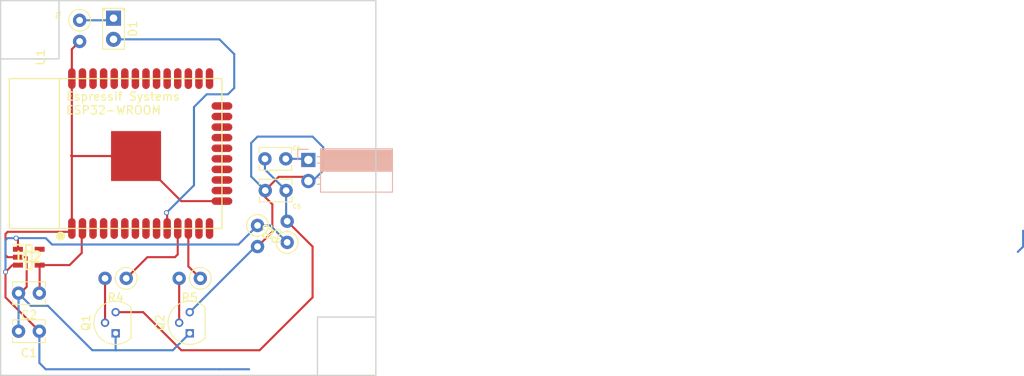
<source format=kicad_pcb>
(kicad_pcb (version 4) (host pcbnew 4.0.7)

  (general
    (links 28)
    (no_connects 0)
    (area 99.924999 99.924999 145.075001 145.075001)
    (thickness 1.6)
    (drawings 9)
    (tracks 110)
    (zones 0)
    (modules 15)
    (nets 13)
  )

  (page A4)
  (title_block
    (title Transpondeur)
    (date 29.01.2018)
    (rev 1.0)
  )

  (layers
    (0 F.Cu signal)
    (31 B.Cu signal)
    (34 B.Paste user)
    (35 F.Paste user)
    (36 B.SilkS user)
    (37 F.SilkS user)
    (38 B.Mask user)
    (39 F.Mask user)
    (40 Dwgs.User user)
    (41 Cmts.User user)
    (42 Eco1.User user)
    (43 Eco2.User user)
    (44 Edge.Cuts user)
    (45 Margin user)
    (47 F.CrtYd user)
  )

  (setup
    (last_trace_width 0.25)
    (trace_clearance 0.2)
    (zone_clearance 0.508)
    (zone_45_only no)
    (trace_min 0.2)
    (segment_width 0.2)
    (edge_width 0.15)
    (via_size 0.6)
    (via_drill 0.4)
    (via_min_size 0.4)
    (via_min_drill 0.3)
    (uvia_size 0.3)
    (uvia_drill 0.1)
    (uvias_allowed no)
    (uvia_min_size 0.2)
    (uvia_min_drill 0.1)
    (pcb_text_width 0.3)
    (pcb_text_size 0.5 0.5)
    (mod_edge_width 0.1)
    (mod_text_size 0.5 0.5)
    (mod_text_width 0.1)
    (pad_size 1.524 1.524)
    (pad_drill 0.762)
    (pad_to_mask_clearance 0.2)
    (aux_axis_origin 153.1366 139.0142)
    (visible_elements FFFFEF7F)
    (pcbplotparams
      (layerselection 0x010fc_80000001)
      (usegerberextensions false)
      (excludeedgelayer false)
      (linewidth 0.100000)
      (plotframeref false)
      (viasonmask false)
      (mode 1)
      (useauxorigin false)
      (hpglpennumber 1)
      (hpglpenspeed 20)
      (hpglpendiameter 15)
      (hpglpenoverlay 2)
      (psnegative false)
      (psa4output false)
      (plotreference true)
      (plotvalue true)
      (plotinvisibletext false)
      (padsonsilk false)
      (subtractmaskfromsilk false)
      (outputformat 4)
      (mirror false)
      (drillshape 0)
      (scaleselection 1)
      (outputdirectory Fab_transponder/Gerber/))
  )

  (net 0 "")
  (net 1 "Net-(AE1-Pad1)")
  (net 2 "Net-(C5-Pad1)")
  (net 3 "Net-(AE1-Pad2)")
  (net 4 "Net-(D1-Pad1)")
  (net 5 +5V)
  (net 6 "Net-(C2-Pad1)")
  (net 7 /LEDOut)
  (net 8 /RFOut)
  (net 9 GNDREF)
  (net 10 "Net-(Q1-Pad2)")
  (net 11 "Net-(Q2-Pad2)")
  (net 12 //RFOut)

  (net_class Default "Ceci est la Netclass par défaut"
    (clearance 0.2)
    (trace_width 0.25)
    (via_dia 0.6)
    (via_drill 0.4)
    (uvia_dia 0.3)
    (uvia_drill 0.1)
    (add_net +5V)
    (add_net //RFOut)
    (add_net /LEDOut)
    (add_net /RFOut)
    (add_net GNDREF)
    (add_net "Net-(AE1-Pad1)")
    (add_net "Net-(AE1-Pad2)")
    (add_net "Net-(C2-Pad1)")
    (add_net "Net-(C5-Pad1)")
    (add_net "Net-(D1-Pad1)")
    (add_net "Net-(Q1-Pad2)")
    (add_net "Net-(Q2-Pad2)")
  )

  (module Capacitors_THT:C_Disc_D3.8mm_W2.6mm_P2.50mm (layer F.Cu) (tedit 5A70B0AF) (tstamp 5A608E0C)
    (at 134.239 122.809 180)
    (descr "C, Disc series, Radial, pin pitch=2.50mm, , diameter*width=3.8*2.6mm^2, Capacitor, http://www.vishay.com/docs/45233/krseries.pdf")
    (tags "C Disc series Radial pin pitch 2.50mm  diameter 3.8mm width 2.6mm Capacitor")
    (path /5A604C04)
    (fp_text reference C5 (at -1.27 -1.905 180) (layer F.SilkS)
      (effects (font (size 0.5 0.5) (thickness 0.1)))
    )
    (fp_text value 68p (at 2.54 5.715 180) (layer F.Fab)
      (effects (font (size 0.5 0.5) (thickness 0.1)))
    )
    (fp_line (start -0.65 -1.3) (end -0.65 1.3) (layer F.Fab) (width 0.1))
    (fp_line (start -0.65 1.3) (end 3.15 1.3) (layer F.Fab) (width 0.1))
    (fp_line (start 3.15 1.3) (end 3.15 -1.3) (layer F.Fab) (width 0.1))
    (fp_line (start 3.15 -1.3) (end -0.65 -1.3) (layer F.Fab) (width 0.1))
    (fp_line (start -0.71 -1.36) (end 3.21 -1.36) (layer F.SilkS) (width 0.12))
    (fp_line (start -0.71 1.36) (end 3.21 1.36) (layer F.SilkS) (width 0.12))
    (fp_line (start -0.71 -1.36) (end -0.71 -0.75) (layer F.SilkS) (width 0.12))
    (fp_line (start -0.71 0.75) (end -0.71 1.36) (layer F.SilkS) (width 0.12))
    (fp_line (start 3.21 -1.36) (end 3.21 -0.75) (layer F.SilkS) (width 0.12))
    (fp_line (start 3.21 0.75) (end 3.21 1.36) (layer F.SilkS) (width 0.12))
    (fp_line (start -1.05 -1.65) (end -1.05 1.65) (layer F.CrtYd) (width 0.05))
    (fp_line (start -1.05 1.65) (end 3.55 1.65) (layer F.CrtYd) (width 0.05))
    (fp_line (start 3.55 1.65) (end 3.55 -1.65) (layer F.CrtYd) (width 0.05))
    (fp_line (start 3.55 -1.65) (end -1.05 -1.65) (layer F.CrtYd) (width 0.05))
    (fp_text user %R (at -1.27 -1.27 180) (layer F.Fab)
      (effects (font (size 0.5 0.5) (thickness 0.1)))
    )
    (pad 1 thru_hole circle (at 0 0 180) (size 1.6 1.6) (drill 0.8) (layers *.Cu *.Mask)
      (net 2 "Net-(C5-Pad1)"))
    (pad 2 thru_hole circle (at 2.5 0 180) (size 1.6 1.6) (drill 0.8) (layers *.Cu *.Mask)
      (net 3 "Net-(AE1-Pad2)"))
    (model ${KISYS3DMOD}/Capacitors_THT.3dshapes/C_Disc_D3.8mm_W2.6mm_P2.50mm.wrl
      (at (xyz 0 0 0))
      (scale (xyz 1 1 1))
      (rotate (xyz 0 0 0))
    )
  )

  (module Capacitors_THT:C_Disc_D3.8mm_W2.6mm_P2.50mm (layer F.Cu) (tedit 5A70B08E) (tstamp 5A608E21)
    (at 131.699 118.999)
    (descr "C, Disc series, Radial, pin pitch=2.50mm, , diameter*width=3.8*2.6mm^2, Capacitor, http://www.vishay.com/docs/45233/krseries.pdf")
    (tags "C Disc series Radial pin pitch 2.50mm  diameter 3.8mm width 2.6mm Capacitor")
    (path /5A604C3B)
    (fp_text reference C6 (at 3.81 -1.27) (layer F.SilkS)
      (effects (font (size 0.5 0.5) (thickness 0.1)))
    )
    (fp_text value 47p (at 0 5.715) (layer F.Fab)
      (effects (font (size 0.5 0.5) (thickness 0.1)))
    )
    (fp_line (start -0.65 -1.3) (end -0.65 1.3) (layer F.Fab) (width 0.1))
    (fp_line (start -0.65 1.3) (end 3.15 1.3) (layer F.Fab) (width 0.1))
    (fp_line (start 3.15 1.3) (end 3.15 -1.3) (layer F.Fab) (width 0.1))
    (fp_line (start 3.15 -1.3) (end -0.65 -1.3) (layer F.Fab) (width 0.1))
    (fp_line (start -0.71 -1.36) (end 3.21 -1.36) (layer F.SilkS) (width 0.12))
    (fp_line (start -0.71 1.36) (end 3.21 1.36) (layer F.SilkS) (width 0.12))
    (fp_line (start -0.71 -1.36) (end -0.71 -0.75) (layer F.SilkS) (width 0.12))
    (fp_line (start -0.71 0.75) (end -0.71 1.36) (layer F.SilkS) (width 0.12))
    (fp_line (start 3.21 -1.36) (end 3.21 -0.75) (layer F.SilkS) (width 0.12))
    (fp_line (start 3.21 0.75) (end 3.21 1.36) (layer F.SilkS) (width 0.12))
    (fp_line (start -1.05 -1.65) (end -1.05 1.65) (layer F.CrtYd) (width 0.05))
    (fp_line (start -1.05 1.65) (end 3.55 1.65) (layer F.CrtYd) (width 0.05))
    (fp_line (start 3.55 1.65) (end 3.55 -1.65) (layer F.CrtYd) (width 0.05))
    (fp_line (start 3.55 -1.65) (end -1.05 -1.65) (layer F.CrtYd) (width 0.05))
    (fp_text user %R (at 3.81 -1.905) (layer F.Fab)
      (effects (font (size 0.5 0.5) (thickness 0.1)))
    )
    (pad 1 thru_hole circle (at 0 0) (size 1.6 1.6) (drill 0.8) (layers *.Cu *.Mask)
      (net 2 "Net-(C5-Pad1)"))
    (pad 2 thru_hole circle (at 2.5 0) (size 1.6 1.6) (drill 0.8) (layers *.Cu *.Mask)
      (net 1 "Net-(AE1-Pad1)"))
    (model ${KISYS3DMOD}/Capacitors_THT.3dshapes/C_Disc_D3.8mm_W2.6mm_P2.50mm.wrl
      (at (xyz 0 0 0))
      (scale (xyz 1 1 1))
      (rotate (xyz 0 0 0))
    )
  )

  (module Resistors_THT:R_Axial_DIN0207_L6.3mm_D2.5mm_P2.54mm_Vertical (layer F.Cu) (tedit 5A70B033) (tstamp 5A608E59)
    (at 109.474 102.362 270)
    (descr "Resistor, Axial_DIN0207 series, Axial, Vertical, pin pitch=2.54mm, 0.25W = 1/4W, length*diameter=6.3*2.5mm^2, http://cdn-reichelt.de/documents/datenblatt/B400/1_4W%23YAG.pdf")
    (tags "Resistor Axial_DIN0207 series Axial Vertical pin pitch 2.54mm 0.25W = 1/4W length 6.3mm diameter 2.5mm")
    (path /5A604D87)
    (fp_text reference R1 (at -0.635 2.54 270) (layer F.SilkS)
      (effects (font (size 0.5 0.5) (thickness 0.1)))
    )
    (fp_text value 1K5 (at 1.27 2.54 270) (layer F.Fab)
      (effects (font (size 0.5 0.5) (thickness 0.1)))
    )
    (fp_circle (center 0 0) (end 1.25 0) (layer F.Fab) (width 0.1))
    (fp_circle (center 0 0) (end 1.31 0) (layer F.SilkS) (width 0.12))
    (fp_line (start 0 0) (end 2.54 0) (layer F.Fab) (width 0.1))
    (fp_line (start 1.31 0) (end 1.44 0) (layer F.SilkS) (width 0.12))
    (fp_line (start -1.6 -1.6) (end -1.6 1.6) (layer F.CrtYd) (width 0.05))
    (fp_line (start -1.6 1.6) (end 3.65 1.6) (layer F.CrtYd) (width 0.05))
    (fp_line (start 3.65 1.6) (end 3.65 -1.6) (layer F.CrtYd) (width 0.05))
    (fp_line (start 3.65 -1.6) (end -1.6 -1.6) (layer F.CrtYd) (width 0.05))
    (pad 1 thru_hole circle (at 0 0 270) (size 1.6 1.6) (drill 0.8) (layers *.Cu *.Mask)
      (net 4 "Net-(D1-Pad1)"))
    (pad 2 thru_hole oval (at 2.54 0 270) (size 1.6 1.6) (drill 0.8) (layers *.Cu *.Mask)
      (net 9 GNDREF))
    (model ${KISYS3DMOD}/Resistors_THT.3dshapes/R_Axial_DIN0207_L6.3mm_D2.5mm_P2.54mm_Vertical.wrl
      (at (xyz 0 0 0))
      (scale (xyz 0.393701 0.393701 0.393701))
      (rotate (xyz 0 0 0))
    )
  )

  (module Socket_Strips:Socket_Strip_Angled_1x02_Pitch2.54mm (layer B.Cu) (tedit 5A70B0C2) (tstamp 5A609876)
    (at 136.906 119.126 180)
    (descr "Through hole angled socket strip, 1x02, 2.54mm pitch, 8.51mm socket length, single row")
    (tags "Through hole angled socket strip THT 1x02 2.54mm single row")
    (path /5A607F52)
    (fp_text reference AE1 (at -4.38 2.27 180) (layer B.SilkS) hide
      (effects (font (size 0.5 0.5) (thickness 0.1)) (justify mirror))
    )
    (fp_text value "Loop Antenna Wire 0.125, 18turns 24x24,19 turns 27x18" (at -4.38 -4.81 180) (layer B.Fab) hide
      (effects (font (size 1 1) (thickness 0.15)) (justify mirror))
    )
    (fp_line (start -1.52 1.27) (end -1.52 -1.27) (layer B.Fab) (width 0.1))
    (fp_line (start -1.52 -1.27) (end -10.03 -1.27) (layer B.Fab) (width 0.1))
    (fp_line (start -10.03 -1.27) (end -10.03 1.27) (layer B.Fab) (width 0.1))
    (fp_line (start -10.03 1.27) (end -1.52 1.27) (layer B.Fab) (width 0.1))
    (fp_line (start 0 0.32) (end 0 -0.32) (layer B.Fab) (width 0.1))
    (fp_line (start 0 -0.32) (end -1.52 -0.32) (layer B.Fab) (width 0.1))
    (fp_line (start -1.52 -0.32) (end -1.52 0.32) (layer B.Fab) (width 0.1))
    (fp_line (start -1.52 0.32) (end 0 0.32) (layer B.Fab) (width 0.1))
    (fp_line (start -1.52 -1.27) (end -1.52 -3.81) (layer B.Fab) (width 0.1))
    (fp_line (start -1.52 -3.81) (end -10.03 -3.81) (layer B.Fab) (width 0.1))
    (fp_line (start -10.03 -3.81) (end -10.03 -1.27) (layer B.Fab) (width 0.1))
    (fp_line (start -10.03 -1.27) (end -1.52 -1.27) (layer B.Fab) (width 0.1))
    (fp_line (start 0 -2.22) (end 0 -2.86) (layer B.Fab) (width 0.1))
    (fp_line (start 0 -2.86) (end -1.52 -2.86) (layer B.Fab) (width 0.1))
    (fp_line (start -1.52 -2.86) (end -1.52 -2.22) (layer B.Fab) (width 0.1))
    (fp_line (start -1.52 -2.22) (end 0 -2.22) (layer B.Fab) (width 0.1))
    (fp_line (start -1.46 1.33) (end -1.46 -1.27) (layer B.SilkS) (width 0.12))
    (fp_line (start -1.46 -1.27) (end -10.09 -1.27) (layer B.SilkS) (width 0.12))
    (fp_line (start -10.09 -1.27) (end -10.09 1.33) (layer B.SilkS) (width 0.12))
    (fp_line (start -10.09 1.33) (end -1.46 1.33) (layer B.SilkS) (width 0.12))
    (fp_line (start -1.03 0.38) (end -1.46 0.38) (layer B.SilkS) (width 0.12))
    (fp_line (start -1.03 -0.38) (end -1.46 -0.38) (layer B.SilkS) (width 0.12))
    (fp_line (start -1.46 1.15) (end -10.09 1.15) (layer B.SilkS) (width 0.12))
    (fp_line (start -1.46 1.03) (end -10.09 1.03) (layer B.SilkS) (width 0.12))
    (fp_line (start -1.46 0.91) (end -10.09 0.91) (layer B.SilkS) (width 0.12))
    (fp_line (start -1.46 0.79) (end -10.09 0.79) (layer B.SilkS) (width 0.12))
    (fp_line (start -1.46 0.67) (end -10.09 0.67) (layer B.SilkS) (width 0.12))
    (fp_line (start -1.46 0.55) (end -10.09 0.55) (layer B.SilkS) (width 0.12))
    (fp_line (start -1.46 0.43) (end -10.09 0.43) (layer B.SilkS) (width 0.12))
    (fp_line (start -1.46 0.31) (end -10.09 0.31) (layer B.SilkS) (width 0.12))
    (fp_line (start -1.46 0.19) (end -10.09 0.19) (layer B.SilkS) (width 0.12))
    (fp_line (start -1.46 0.07) (end -10.09 0.07) (layer B.SilkS) (width 0.12))
    (fp_line (start -1.46 -0.05) (end -10.09 -0.05) (layer B.SilkS) (width 0.12))
    (fp_line (start -1.46 -0.17) (end -10.09 -0.17) (layer B.SilkS) (width 0.12))
    (fp_line (start -1.46 -0.29) (end -10.09 -0.29) (layer B.SilkS) (width 0.12))
    (fp_line (start -1.46 -0.41) (end -10.09 -0.41) (layer B.SilkS) (width 0.12))
    (fp_line (start -1.46 -0.53) (end -10.09 -0.53) (layer B.SilkS) (width 0.12))
    (fp_line (start -1.46 -0.65) (end -10.09 -0.65) (layer B.SilkS) (width 0.12))
    (fp_line (start -1.46 -0.77) (end -10.09 -0.77) (layer B.SilkS) (width 0.12))
    (fp_line (start -1.46 -0.89) (end -10.09 -0.89) (layer B.SilkS) (width 0.12))
    (fp_line (start -1.46 -1.01) (end -10.09 -1.01) (layer B.SilkS) (width 0.12))
    (fp_line (start -1.46 -1.13) (end -10.09 -1.13) (layer B.SilkS) (width 0.12))
    (fp_line (start -1.46 -1.25) (end -10.09 -1.25) (layer B.SilkS) (width 0.12))
    (fp_line (start -1.46 -1.37) (end -10.09 -1.37) (layer B.SilkS) (width 0.12))
    (fp_line (start -1.46 -1.27) (end -1.46 -3.87) (layer B.SilkS) (width 0.12))
    (fp_line (start -1.46 -3.87) (end -10.09 -3.87) (layer B.SilkS) (width 0.12))
    (fp_line (start -10.09 -3.87) (end -10.09 -1.27) (layer B.SilkS) (width 0.12))
    (fp_line (start -10.09 -1.27) (end -1.46 -1.27) (layer B.SilkS) (width 0.12))
    (fp_line (start -1.03 -2.16) (end -1.46 -2.16) (layer B.SilkS) (width 0.12))
    (fp_line (start -1.03 -2.92) (end -1.46 -2.92) (layer B.SilkS) (width 0.12))
    (fp_line (start 0 1.27) (end 1.27 1.27) (layer B.SilkS) (width 0.12))
    (fp_line (start 1.27 1.27) (end 1.27 0) (layer B.SilkS) (width 0.12))
    (fp_line (start 1.8 1.8) (end 1.8 -4.35) (layer B.CrtYd) (width 0.05))
    (fp_line (start 1.8 -4.35) (end -10.55 -4.35) (layer B.CrtYd) (width 0.05))
    (fp_line (start -10.55 -4.35) (end -10.55 1.8) (layer B.CrtYd) (width 0.05))
    (fp_line (start -10.55 1.8) (end 1.8 1.8) (layer B.CrtYd) (width 0.05))
    (fp_text user %R (at -4.38 2.27 180) (layer B.Fab)
      (effects (font (size 1 1) (thickness 0.15)) (justify mirror))
    )
    (pad 1 thru_hole rect (at 0 0 180) (size 1.7 1.7) (drill 1) (layers *.Cu *.Mask)
      (net 1 "Net-(AE1-Pad1)"))
    (pad 2 thru_hole oval (at 0 -2.54 180) (size 1.7 1.7) (drill 1) (layers *.Cu *.Mask)
      (net 3 "Net-(AE1-Pad2)"))
    (model ${KISYS3DMOD}/Socket_Strips.3dshapes/Socket_Strip_Angled_1x02_Pitch2.54mm.wrl
      (at (xyz 0 -0.05 0))
      (scale (xyz 1 1 1))
      (rotate (xyz 0 0 270))
    )
  )

  (module Capacitors_THT:C_Disc_D3.8mm_W2.6mm_P2.50mm (layer F.Cu) (tedit 597BC7C2) (tstamp 5A819A64)
    (at 104.648 139.7 180)
    (descr "C, Disc series, Radial, pin pitch=2.50mm, , diameter*width=3.8*2.6mm^2, Capacitor, http://www.vishay.com/docs/45233/krseries.pdf")
    (tags "C Disc series Radial pin pitch 2.50mm  diameter 3.8mm width 2.6mm Capacitor")
    (path /5A7EE3E1)
    (fp_text reference C1 (at 1.25 -2.61 180) (layer F.SilkS)
      (effects (font (size 1 1) (thickness 0.15)))
    )
    (fp_text value 10uF (at 1.25 2.61 180) (layer F.Fab)
      (effects (font (size 1 1) (thickness 0.15)))
    )
    (fp_line (start -0.65 -1.3) (end -0.65 1.3) (layer F.Fab) (width 0.1))
    (fp_line (start -0.65 1.3) (end 3.15 1.3) (layer F.Fab) (width 0.1))
    (fp_line (start 3.15 1.3) (end 3.15 -1.3) (layer F.Fab) (width 0.1))
    (fp_line (start 3.15 -1.3) (end -0.65 -1.3) (layer F.Fab) (width 0.1))
    (fp_line (start -0.71 -1.36) (end 3.21 -1.36) (layer F.SilkS) (width 0.12))
    (fp_line (start -0.71 1.36) (end 3.21 1.36) (layer F.SilkS) (width 0.12))
    (fp_line (start -0.71 -1.36) (end -0.71 -0.75) (layer F.SilkS) (width 0.12))
    (fp_line (start -0.71 0.75) (end -0.71 1.36) (layer F.SilkS) (width 0.12))
    (fp_line (start 3.21 -1.36) (end 3.21 -0.75) (layer F.SilkS) (width 0.12))
    (fp_line (start 3.21 0.75) (end 3.21 1.36) (layer F.SilkS) (width 0.12))
    (fp_line (start -1.05 -1.65) (end -1.05 1.65) (layer F.CrtYd) (width 0.05))
    (fp_line (start -1.05 1.65) (end 3.55 1.65) (layer F.CrtYd) (width 0.05))
    (fp_line (start 3.55 1.65) (end 3.55 -1.65) (layer F.CrtYd) (width 0.05))
    (fp_line (start 3.55 -1.65) (end -1.05 -1.65) (layer F.CrtYd) (width 0.05))
    (fp_text user %R (at 1.25 0 180) (layer F.Fab)
      (effects (font (size 1 1) (thickness 0.15)))
    )
    (pad 1 thru_hole circle (at 0 0 180) (size 1.6 1.6) (drill 0.8) (layers *.Cu *.Mask)
      (net 5 +5V))
    (pad 2 thru_hole circle (at 2.5 0 180) (size 1.6 1.6) (drill 0.8) (layers *.Cu *.Mask)
      (net 9 GNDREF))
    (model ${KISYS3DMOD}/Capacitors_THT.3dshapes/C_Disc_D3.8mm_W2.6mm_P2.50mm.wrl
      (at (xyz 0 0 0))
      (scale (xyz 1 1 1))
      (rotate (xyz 0 0 0))
    )
  )

  (module Capacitors_THT:C_Disc_D3.8mm_W2.6mm_P2.50mm (layer F.Cu) (tedit 597BC7C2) (tstamp 5A819A79)
    (at 104.648 135.128 180)
    (descr "C, Disc series, Radial, pin pitch=2.50mm, , diameter*width=3.8*2.6mm^2, Capacitor, http://www.vishay.com/docs/45233/krseries.pdf")
    (tags "C Disc series Radial pin pitch 2.50mm  diameter 3.8mm width 2.6mm Capacitor")
    (path /5A604E0C)
    (fp_text reference C2 (at 1.25 -2.61 180) (layer F.SilkS)
      (effects (font (size 1 1) (thickness 0.15)))
    )
    (fp_text value 10uF (at 1.25 2.61 180) (layer F.Fab)
      (effects (font (size 1 1) (thickness 0.15)))
    )
    (fp_line (start -0.65 -1.3) (end -0.65 1.3) (layer F.Fab) (width 0.1))
    (fp_line (start -0.65 1.3) (end 3.15 1.3) (layer F.Fab) (width 0.1))
    (fp_line (start 3.15 1.3) (end 3.15 -1.3) (layer F.Fab) (width 0.1))
    (fp_line (start 3.15 -1.3) (end -0.65 -1.3) (layer F.Fab) (width 0.1))
    (fp_line (start -0.71 -1.36) (end 3.21 -1.36) (layer F.SilkS) (width 0.12))
    (fp_line (start -0.71 1.36) (end 3.21 1.36) (layer F.SilkS) (width 0.12))
    (fp_line (start -0.71 -1.36) (end -0.71 -0.75) (layer F.SilkS) (width 0.12))
    (fp_line (start -0.71 0.75) (end -0.71 1.36) (layer F.SilkS) (width 0.12))
    (fp_line (start 3.21 -1.36) (end 3.21 -0.75) (layer F.SilkS) (width 0.12))
    (fp_line (start 3.21 0.75) (end 3.21 1.36) (layer F.SilkS) (width 0.12))
    (fp_line (start -1.05 -1.65) (end -1.05 1.65) (layer F.CrtYd) (width 0.05))
    (fp_line (start -1.05 1.65) (end 3.55 1.65) (layer F.CrtYd) (width 0.05))
    (fp_line (start 3.55 1.65) (end 3.55 -1.65) (layer F.CrtYd) (width 0.05))
    (fp_line (start 3.55 -1.65) (end -1.05 -1.65) (layer F.CrtYd) (width 0.05))
    (fp_text user %R (at 1.25 0 180) (layer F.Fab)
      (effects (font (size 1 1) (thickness 0.15)))
    )
    (pad 1 thru_hole circle (at 0 0 180) (size 1.6 1.6) (drill 0.8) (layers *.Cu *.Mask)
      (net 6 "Net-(C2-Pad1)"))
    (pad 2 thru_hole circle (at 2.5 0 180) (size 1.6 1.6) (drill 0.8) (layers *.Cu *.Mask)
      (net 9 GNDREF))
    (model ${KISYS3DMOD}/Capacitors_THT.3dshapes/C_Disc_D3.8mm_W2.6mm_P2.50mm.wrl
      (at (xyz 0 0 0))
      (scale (xyz 1 1 1))
      (rotate (xyz 0 0 0))
    )
  )

  (module LEDs:LED_D2.0mm_W4.8mm_H2.5mm_FlatTop (layer F.Cu) (tedit 5880A862) (tstamp 5A819A90)
    (at 113.538 102.108 270)
    (descr "LED, Round, FlatTop,  Rectangular size 4.8x2.5mm^2 diameter 2.0mm, 2 pins, http://www.kingbright.com/attachments/file/psearch/000/00/00/L-13GD(Ver.11B).pdf")
    (tags "LED Round FlatTop  Rectangular size 4.8x2.5mm^2 diameter 2.0mm 2 pins")
    (path /5A604CCC)
    (fp_text reference D1 (at 1.27 -2.31 270) (layer F.SilkS)
      (effects (font (size 1 1) (thickness 0.15)))
    )
    (fp_text value LED (at 1.27 2.31 270) (layer F.Fab)
      (effects (font (size 1 1) (thickness 0.15)))
    )
    (fp_circle (center 1.27 0) (end 2.27 0) (layer F.Fab) (width 0.1))
    (fp_line (start -1.13 -1.25) (end -1.13 1.25) (layer F.Fab) (width 0.1))
    (fp_line (start -1.13 1.25) (end 3.67 1.25) (layer F.Fab) (width 0.1))
    (fp_line (start 3.67 1.25) (end 3.67 -1.25) (layer F.Fab) (width 0.1))
    (fp_line (start 3.67 -1.25) (end -1.13 -1.25) (layer F.Fab) (width 0.1))
    (fp_line (start -1.19 -1.31) (end 3.73 -1.31) (layer F.SilkS) (width 0.12))
    (fp_line (start -1.19 1.31) (end 3.73 1.31) (layer F.SilkS) (width 0.12))
    (fp_line (start -1.19 -1.31) (end -1.19 1.31) (layer F.SilkS) (width 0.12))
    (fp_line (start 3.73 -1.31) (end 3.73 1.31) (layer F.SilkS) (width 0.12))
    (fp_line (start -1.07 -1.31) (end -1.07 -1.08) (layer F.SilkS) (width 0.12))
    (fp_line (start -1.07 1.08) (end -1.07 1.31) (layer F.SilkS) (width 0.12))
    (fp_line (start -0.95 -1.31) (end -0.95 -1.08) (layer F.SilkS) (width 0.12))
    (fp_line (start -0.95 1.08) (end -0.95 1.31) (layer F.SilkS) (width 0.12))
    (fp_line (start -1.45 -1.6) (end -1.45 1.6) (layer F.CrtYd) (width 0.05))
    (fp_line (start -1.45 1.6) (end 4 1.6) (layer F.CrtYd) (width 0.05))
    (fp_line (start 4 1.6) (end 4 -1.6) (layer F.CrtYd) (width 0.05))
    (fp_line (start 4 -1.6) (end -1.45 -1.6) (layer F.CrtYd) (width 0.05))
    (pad 1 thru_hole rect (at 0 0 270) (size 1.8 1.8) (drill 0.9) (layers *.Cu *.Mask)
      (net 4 "Net-(D1-Pad1)"))
    (pad 2 thru_hole circle (at 2.54 0 270) (size 1.8 1.8) (drill 0.9) (layers *.Cu *.Mask)
      (net 7 /LEDOut))
    (model ${KISYS3DMOD}/LEDs.3dshapes/LED_D2.0mm_W4.8mm_H2.5mm_FlatTop.wrl
      (at (xyz 0 0 0))
      (scale (xyz 0.393701 0.393701 0.393701))
      (rotate (xyz 0 0 0))
    )
  )

  (module SOT95P282X145-5N (layer F.Cu) (tedit 5A7EE2B7) (tstamp 5A819AA7)
    (at 103.378 130.81)
    (descr SOT23-5)
    (tags "Integrated Circuit")
    (path /5A7EE31F)
    (attr smd)
    (fp_text reference IC2 (at 0 0) (layer F.SilkS)
      (effects (font (size 1.27 1.27) (thickness 0.254)))
    )
    (fp_text value ME6211C33M5G (at 0 0) (layer F.SilkS) hide
      (effects (font (size 1.27 1.27) (thickness 0.254)))
    )
    (fp_line (start -2.15 -1.775) (end 2.15 -1.775) (layer Dwgs.User) (width 0.05))
    (fp_line (start 2.15 -1.775) (end 2.15 1.775) (layer Dwgs.User) (width 0.05))
    (fp_line (start 2.15 1.775) (end -2.15 1.775) (layer Dwgs.User) (width 0.05))
    (fp_line (start -2.15 1.775) (end -2.15 -1.775) (layer Dwgs.User) (width 0.05))
    (fp_line (start -0.812 -1.468) (end 0.812 -1.468) (layer Dwgs.User) (width 0.1))
    (fp_line (start 0.812 -1.468) (end 0.812 1.468) (layer Dwgs.User) (width 0.1))
    (fp_line (start 0.812 1.468) (end -0.812 1.468) (layer Dwgs.User) (width 0.1))
    (fp_line (start -0.812 1.468) (end -0.812 -1.468) (layer Dwgs.User) (width 0.1))
    (fp_line (start -0.812 -0.518) (end 0.138 -1.468) (layer Dwgs.User) (width 0.1))
    (fp_line (start -0.35 -1.468) (end 0.35 -1.468) (layer F.SilkS) (width 0.2))
    (fp_line (start 0.35 -1.468) (end 0.35 1.468) (layer F.SilkS) (width 0.2))
    (fp_line (start 0.35 1.468) (end -0.35 1.468) (layer F.SilkS) (width 0.2))
    (fp_line (start -0.35 1.468) (end -0.35 -1.468) (layer F.SilkS) (width 0.2))
    (fp_line (start -1.9 -1.5) (end -0.7 -1.5) (layer F.SilkS) (width 0.2))
    (pad 1 smd rect (at -1.3 -0.95 90) (size 0.6 1.2) (layers F.Cu F.Paste F.Mask)
      (net 5 +5V))
    (pad 2 smd rect (at -1.3 0 90) (size 0.6 1.2) (layers F.Cu F.Paste F.Mask)
      (net 9 GNDREF))
    (pad 3 smd rect (at -1.3 0.95 90) (size 0.6 1.2) (layers F.Cu F.Paste F.Mask)
      (net 5 +5V))
    (pad 4 smd rect (at 1.3 0.95 90) (size 0.6 1.2) (layers F.Cu F.Paste F.Mask)
      (net 6 "Net-(C2-Pad1)"))
    (pad 5 smd rect (at 1.3 -0.95 90) (size 0.6 1.2) (layers F.Cu F.Paste F.Mask))
  )

  (module Resistors_THT:R_Axial_DIN0207_L6.3mm_D2.5mm_P2.54mm_Vertical (layer F.Cu) (tedit 5874F706) (tstamp 5A819AB5)
    (at 134.366 129.032 90)
    (descr "Resistor, Axial_DIN0207 series, Axial, Vertical, pin pitch=2.54mm, 0.25W = 1/4W, length*diameter=6.3*2.5mm^2, http://cdn-reichelt.de/documents/datenblatt/B400/1_4W%23YAG.pdf")
    (tags "Resistor Axial_DIN0207 series Axial Vertical pin pitch 2.54mm 0.25W = 1/4W length 6.3mm diameter 2.5mm")
    (path /5A604D4E)
    (fp_text reference R2 (at 1.27 -2.31 90) (layer F.SilkS)
      (effects (font (size 1 1) (thickness 0.15)))
    )
    (fp_text value 100R (at 1.27 2.31 90) (layer F.Fab)
      (effects (font (size 1 1) (thickness 0.15)))
    )
    (fp_circle (center 0 0) (end 1.25 0) (layer F.Fab) (width 0.1))
    (fp_circle (center 0 0) (end 1.31 0) (layer F.SilkS) (width 0.12))
    (fp_line (start 0 0) (end 2.54 0) (layer F.Fab) (width 0.1))
    (fp_line (start 1.31 0) (end 1.44 0) (layer F.SilkS) (width 0.12))
    (fp_line (start -1.6 -1.6) (end -1.6 1.6) (layer F.CrtYd) (width 0.05))
    (fp_line (start -1.6 1.6) (end 3.65 1.6) (layer F.CrtYd) (width 0.05))
    (fp_line (start 3.65 1.6) (end 3.65 -1.6) (layer F.CrtYd) (width 0.05))
    (fp_line (start 3.65 -1.6) (end -1.6 -1.6) (layer F.CrtYd) (width 0.05))
    (pad 1 thru_hole circle (at 0 0 90) (size 1.6 1.6) (drill 0.8) (layers *.Cu *.Mask)
      (net 5 +5V))
    (pad 2 thru_hole oval (at 2.54 0 90) (size 1.6 1.6) (drill 0.8) (layers *.Cu *.Mask)
      (net 2 "Net-(C5-Pad1)"))
    (model ${KISYS3DMOD}/Resistors_THT.3dshapes/R_Axial_DIN0207_L6.3mm_D2.5mm_P2.54mm_Vertical.wrl
      (at (xyz 0 0 0))
      (scale (xyz 0.393701 0.393701 0.393701))
      (rotate (xyz 0 0 0))
    )
  )

  (module Resistors_THT:R_Axial_DIN0207_L6.3mm_D2.5mm_P2.54mm_Vertical (layer F.Cu) (tedit 5874F706) (tstamp 5A819AC3)
    (at 130.81 127 270)
    (descr "Resistor, Axial_DIN0207 series, Axial, Vertical, pin pitch=2.54mm, 0.25W = 1/4W, length*diameter=6.3*2.5mm^2, http://cdn-reichelt.de/documents/datenblatt/B400/1_4W%23YAG.pdf")
    (tags "Resistor Axial_DIN0207 series Axial Vertical pin pitch 2.54mm 0.25W = 1/4W length 6.3mm diameter 2.5mm")
    (path /5A604D0E)
    (fp_text reference R3 (at 1.27 -2.31 270) (layer F.SilkS)
      (effects (font (size 1 1) (thickness 0.15)))
    )
    (fp_text value 100R (at 1.27 2.31 270) (layer F.Fab)
      (effects (font (size 1 1) (thickness 0.15)))
    )
    (fp_circle (center 0 0) (end 1.25 0) (layer F.Fab) (width 0.1))
    (fp_circle (center 0 0) (end 1.31 0) (layer F.SilkS) (width 0.12))
    (fp_line (start 0 0) (end 2.54 0) (layer F.Fab) (width 0.1))
    (fp_line (start 1.31 0) (end 1.44 0) (layer F.SilkS) (width 0.12))
    (fp_line (start -1.6 -1.6) (end -1.6 1.6) (layer F.CrtYd) (width 0.05))
    (fp_line (start -1.6 1.6) (end 3.65 1.6) (layer F.CrtYd) (width 0.05))
    (fp_line (start 3.65 1.6) (end 3.65 -1.6) (layer F.CrtYd) (width 0.05))
    (fp_line (start 3.65 -1.6) (end -1.6 -1.6) (layer F.CrtYd) (width 0.05))
    (pad 1 thru_hole circle (at 0 0 270) (size 1.6 1.6) (drill 0.8) (layers *.Cu *.Mask)
      (net 5 +5V))
    (pad 2 thru_hole oval (at 2.54 0 270) (size 1.6 1.6) (drill 0.8) (layers *.Cu *.Mask)
      (net 3 "Net-(AE1-Pad2)"))
    (model ${KISYS3DMOD}/Resistors_THT.3dshapes/R_Axial_DIN0207_L6.3mm_D2.5mm_P2.54mm_Vertical.wrl
      (at (xyz 0 0 0))
      (scale (xyz 0.393701 0.393701 0.393701))
      (rotate (xyz 0 0 0))
    )
  )

  (module ESP32-footprints-Lib:ESP32-WROOM (layer F.Cu) (tedit 57D08EA8) (tstamp 5A819AF6)
    (at 113.792 118.364 270)
    (path /5A7ED25E)
    (fp_text reference U1 (at -11.557 9.017 270) (layer F.SilkS)
      (effects (font (size 1 1) (thickness 0.15)))
    )
    (fp_text value ESP32-WROOM (at 5.715 14.224 270) (layer F.Fab)
      (effects (font (size 1 1) (thickness 0.15)))
    )
    (fp_text user "Espressif Systems" (at -6.858 -0.889 360) (layer F.SilkS)
      (effects (font (size 1 1) (thickness 0.15)))
    )
    (fp_circle (center 9.906 6.604) (end 10.033 6.858) (layer F.SilkS) (width 0.5))
    (fp_text user ESP32-WROOM (at -5.207 0.254 360) (layer F.SilkS)
      (effects (font (size 1 1) (thickness 0.15)))
    )
    (fp_line (start -9 6.75) (end 9 6.75) (layer F.SilkS) (width 0.15))
    (fp_line (start 9 12.75) (end 9 -12.75) (layer F.SilkS) (width 0.15))
    (fp_line (start -9 12.75) (end -9 -12.75) (layer F.SilkS) (width 0.15))
    (fp_line (start -9 -12.75) (end 9 -12.75) (layer F.SilkS) (width 0.15))
    (fp_line (start -9 12.75) (end 9 12.75) (layer F.SilkS) (width 0.15))
    (pad 38 smd oval (at -9 5.25 270) (size 2.5 0.9) (layers F.Cu F.Paste F.Mask)
      (net 9 GNDREF))
    (pad 37 smd oval (at -9 3.98 270) (size 2.5 0.9) (layers F.Cu F.Paste F.Mask))
    (pad 36 smd oval (at -9 2.71 270) (size 2.5 0.9) (layers F.Cu F.Paste F.Mask))
    (pad 35 smd oval (at -9 1.44 270) (size 2.5 0.9) (layers F.Cu F.Paste F.Mask))
    (pad 34 smd oval (at -9 0.17 270) (size 2.5 0.9) (layers F.Cu F.Paste F.Mask))
    (pad 33 smd oval (at -9 -1.1 270) (size 2.5 0.9) (layers F.Cu F.Paste F.Mask))
    (pad 32 smd oval (at -9 -2.37 270) (size 2.5 0.9) (layers F.Cu F.Paste F.Mask))
    (pad 31 smd oval (at -9 -3.64 270) (size 2.5 0.9) (layers F.Cu F.Paste F.Mask))
    (pad 30 smd oval (at -9 -4.91 270) (size 2.5 0.9) (layers F.Cu F.Paste F.Mask))
    (pad 29 smd oval (at -9 -6.18 270) (size 2.5 0.9) (layers F.Cu F.Paste F.Mask))
    (pad 28 smd oval (at -9 -7.45 270) (size 2.5 0.9) (layers F.Cu F.Paste F.Mask))
    (pad 27 smd oval (at -9 -8.72 270) (size 2.5 0.9) (layers F.Cu F.Paste F.Mask))
    (pad 26 smd oval (at -9 -9.99 270) (size 2.5 0.9) (layers F.Cu F.Paste F.Mask))
    (pad 25 smd oval (at -9 -11.26 270) (size 2.5 0.9) (layers F.Cu F.Paste F.Mask))
    (pad 24 smd oval (at -5.715 -12.75 270) (size 0.9 2.5) (layers F.Cu F.Paste F.Mask))
    (pad 23 smd oval (at -4.445 -12.75 270) (size 0.9 2.5) (layers F.Cu F.Paste F.Mask))
    (pad 22 smd oval (at -3.175 -12.75 270) (size 0.9 2.5) (layers F.Cu F.Paste F.Mask))
    (pad 21 smd oval (at -1.905 -12.75 270) (size 0.9 2.5) (layers F.Cu F.Paste F.Mask))
    (pad 20 smd oval (at -0.635 -12.75 270) (size 0.9 2.5) (layers F.Cu F.Paste F.Mask))
    (pad 19 smd oval (at 0.635 -12.75 270) (size 0.9 2.5) (layers F.Cu F.Paste F.Mask))
    (pad 18 smd oval (at 1.905 -12.75 270) (size 0.9 2.5) (layers F.Cu F.Paste F.Mask))
    (pad 17 smd oval (at 3.175 -12.75 270) (size 0.9 2.5) (layers F.Cu F.Paste F.Mask))
    (pad 16 smd oval (at 4.445 -12.75 270) (size 0.9 2.5) (layers F.Cu F.Paste F.Mask))
    (pad 15 smd oval (at 5.715 -12.75 270) (size 0.9 2.5) (layers F.Cu F.Paste F.Mask)
      (net 9 GNDREF))
    (pad 14 smd oval (at 9 -11.26 270) (size 2.5 0.9) (layers F.Cu F.Paste F.Mask))
    (pad 13 smd oval (at 9 -9.99 270) (size 2.5 0.9) (layers F.Cu F.Paste F.Mask))
    (pad 12 smd oval (at 9 -8.72 270) (size 2.5 0.9) (layers F.Cu F.Paste F.Mask)
      (net 12 //RFOut))
    (pad 11 smd oval (at 9 -7.45 270) (size 2.5 0.9) (layers F.Cu F.Paste F.Mask)
      (net 8 /RFOut))
    (pad 10 smd oval (at 9 -6.18 270) (size 2.5 0.9) (layers F.Cu F.Paste F.Mask)
      (net 7 /LEDOut))
    (pad 9 smd oval (at 9 -4.91 270) (size 2.5 0.9) (layers F.Cu F.Paste F.Mask))
    (pad 8 smd oval (at 9 -3.64 270) (size 2.5 0.9) (layers F.Cu F.Paste F.Mask))
    (pad 7 smd oval (at 9 -2.37 270) (size 2.5 0.9) (layers F.Cu F.Paste F.Mask))
    (pad 6 smd oval (at 9 -1.1 270) (size 2.5 0.9) (layers F.Cu F.Paste F.Mask))
    (pad 5 smd oval (at 9 0.17 270) (size 2.5 0.9) (layers F.Cu F.Paste F.Mask))
    (pad 4 smd oval (at 9 1.44 270) (size 2.5 0.9) (layers F.Cu F.Paste F.Mask))
    (pad 3 smd oval (at 9 2.71 270) (size 2.5 0.9) (layers F.Cu F.Paste F.Mask))
    (pad 2 smd oval (at 9 3.98 270) (size 2.5 0.9) (layers F.Cu F.Paste F.Mask)
      (net 6 "Net-(C2-Pad1)"))
    (pad 1 smd oval (at 9 5.25 270) (size 2.5 0.9) (layers F.Cu F.Paste F.Mask)
      (net 9 GNDREF))
    (pad 39 smd rect (at 0.3 -2.45 270) (size 6 6) (layers F.Cu F.Paste F.Mask)
      (net 9 GNDREF))
  )

  (module TO_SOT_Packages_THT:TO-92_Molded_Narrow (layer F.Cu) (tedit 58CE52AF) (tstamp 5A8882F9)
    (at 113.792 139.954 90)
    (descr "TO-92 leads molded, narrow, drill 0.6mm (see NXP sot054_po.pdf)")
    (tags "to-92 sc-43 sc-43a sot54 PA33 transistor")
    (path /5A888156)
    (fp_text reference Q1 (at 1.27 -3.56 90) (layer F.SilkS)
      (effects (font (size 1 1) (thickness 0.15)))
    )
    (fp_text value 2N3904 (at 1.27 2.79 90) (layer F.Fab)
      (effects (font (size 1 1) (thickness 0.15)))
    )
    (fp_text user %R (at 1.27 -3.56 90) (layer F.Fab)
      (effects (font (size 1 1) (thickness 0.15)))
    )
    (fp_line (start -0.53 1.85) (end 3.07 1.85) (layer F.SilkS) (width 0.12))
    (fp_line (start -0.5 1.75) (end 3 1.75) (layer F.Fab) (width 0.1))
    (fp_line (start -1.46 -2.73) (end 4 -2.73) (layer F.CrtYd) (width 0.05))
    (fp_line (start -1.46 -2.73) (end -1.46 2.01) (layer F.CrtYd) (width 0.05))
    (fp_line (start 4 2.01) (end 4 -2.73) (layer F.CrtYd) (width 0.05))
    (fp_line (start 4 2.01) (end -1.46 2.01) (layer F.CrtYd) (width 0.05))
    (fp_arc (start 1.27 0) (end 1.27 -2.48) (angle 135) (layer F.Fab) (width 0.1))
    (fp_arc (start 1.27 0) (end 1.27 -2.6) (angle -135) (layer F.SilkS) (width 0.12))
    (fp_arc (start 1.27 0) (end 1.27 -2.48) (angle -135) (layer F.Fab) (width 0.1))
    (fp_arc (start 1.27 0) (end 1.27 -2.6) (angle 135) (layer F.SilkS) (width 0.12))
    (pad 2 thru_hole circle (at 1.27 -1.27 180) (size 1 1) (drill 0.6) (layers *.Cu *.Mask)
      (net 10 "Net-(Q1-Pad2)"))
    (pad 3 thru_hole circle (at 2.54 0 180) (size 1 1) (drill 0.6) (layers *.Cu *.Mask)
      (net 2 "Net-(C5-Pad1)"))
    (pad 1 thru_hole rect (at 0 0 180) (size 1 1) (drill 0.6) (layers *.Cu *.Mask)
      (net 9 GNDREF))
    (model ${KISYS3DMOD}/TO_SOT_Packages_THT.3dshapes/TO-92_Molded_Narrow.wrl
      (at (xyz 0.05 0 0))
      (scale (xyz 1 1 1))
      (rotate (xyz 0 0 -90))
    )
  )

  (module TO_SOT_Packages_THT:TO-92_Molded_Narrow (layer F.Cu) (tedit 58CE52AF) (tstamp 5A88830B)
    (at 122.682 139.954 90)
    (descr "TO-92 leads molded, narrow, drill 0.6mm (see NXP sot054_po.pdf)")
    (tags "to-92 sc-43 sc-43a sot54 PA33 transistor")
    (path /5A888105)
    (fp_text reference Q2 (at 1.27 -3.56 90) (layer F.SilkS)
      (effects (font (size 1 1) (thickness 0.15)))
    )
    (fp_text value 2N3904 (at 1.27 2.79 90) (layer F.Fab)
      (effects (font (size 1 1) (thickness 0.15)))
    )
    (fp_text user %R (at 1.27 -3.56 90) (layer F.Fab)
      (effects (font (size 1 1) (thickness 0.15)))
    )
    (fp_line (start -0.53 1.85) (end 3.07 1.85) (layer F.SilkS) (width 0.12))
    (fp_line (start -0.5 1.75) (end 3 1.75) (layer F.Fab) (width 0.1))
    (fp_line (start -1.46 -2.73) (end 4 -2.73) (layer F.CrtYd) (width 0.05))
    (fp_line (start -1.46 -2.73) (end -1.46 2.01) (layer F.CrtYd) (width 0.05))
    (fp_line (start 4 2.01) (end 4 -2.73) (layer F.CrtYd) (width 0.05))
    (fp_line (start 4 2.01) (end -1.46 2.01) (layer F.CrtYd) (width 0.05))
    (fp_arc (start 1.27 0) (end 1.27 -2.48) (angle 135) (layer F.Fab) (width 0.1))
    (fp_arc (start 1.27 0) (end 1.27 -2.6) (angle -135) (layer F.SilkS) (width 0.12))
    (fp_arc (start 1.27 0) (end 1.27 -2.48) (angle -135) (layer F.Fab) (width 0.1))
    (fp_arc (start 1.27 0) (end 1.27 -2.6) (angle 135) (layer F.SilkS) (width 0.12))
    (pad 2 thru_hole circle (at 1.27 -1.27 180) (size 1 1) (drill 0.6) (layers *.Cu *.Mask)
      (net 11 "Net-(Q2-Pad2)"))
    (pad 3 thru_hole circle (at 2.54 0 180) (size 1 1) (drill 0.6) (layers *.Cu *.Mask)
      (net 3 "Net-(AE1-Pad2)"))
    (pad 1 thru_hole rect (at 0 0 180) (size 1 1) (drill 0.6) (layers *.Cu *.Mask)
      (net 9 GNDREF))
    (model ${KISYS3DMOD}/TO_SOT_Packages_THT.3dshapes/TO-92_Molded_Narrow.wrl
      (at (xyz 0.05 0 0))
      (scale (xyz 1 1 1))
      (rotate (xyz 0 0 -90))
    )
  )

  (module Resistors_THT:R_Axial_DIN0207_L6.3mm_D2.5mm_P2.54mm_Vertical (layer F.Cu) (tedit 5874F706) (tstamp 5A888319)
    (at 115.062 133.35 180)
    (descr "Resistor, Axial_DIN0207 series, Axial, Vertical, pin pitch=2.54mm, 0.25W = 1/4W, length*diameter=6.3*2.5mm^2, http://cdn-reichelt.de/documents/datenblatt/B400/1_4W%23YAG.pdf")
    (tags "Resistor Axial_DIN0207 series Axial Vertical pin pitch 2.54mm 0.25W = 1/4W length 6.3mm diameter 2.5mm")
    (path /5A888657)
    (fp_text reference R4 (at 1.27 -2.31 180) (layer F.SilkS)
      (effects (font (size 1 1) (thickness 0.15)))
    )
    (fp_text value 1K (at 1.27 2.31 180) (layer F.Fab)
      (effects (font (size 1 1) (thickness 0.15)))
    )
    (fp_circle (center 0 0) (end 1.25 0) (layer F.Fab) (width 0.1))
    (fp_circle (center 0 0) (end 1.31 0) (layer F.SilkS) (width 0.12))
    (fp_line (start 0 0) (end 2.54 0) (layer F.Fab) (width 0.1))
    (fp_line (start 1.31 0) (end 1.44 0) (layer F.SilkS) (width 0.12))
    (fp_line (start -1.6 -1.6) (end -1.6 1.6) (layer F.CrtYd) (width 0.05))
    (fp_line (start -1.6 1.6) (end 3.65 1.6) (layer F.CrtYd) (width 0.05))
    (fp_line (start 3.65 1.6) (end 3.65 -1.6) (layer F.CrtYd) (width 0.05))
    (fp_line (start 3.65 -1.6) (end -1.6 -1.6) (layer F.CrtYd) (width 0.05))
    (pad 1 thru_hole circle (at 0 0 180) (size 1.6 1.6) (drill 0.8) (layers *.Cu *.Mask)
      (net 8 /RFOut))
    (pad 2 thru_hole oval (at 2.54 0 180) (size 1.6 1.6) (drill 0.8) (layers *.Cu *.Mask)
      (net 10 "Net-(Q1-Pad2)"))
    (model ${KISYS3DMOD}/Resistors_THT.3dshapes/R_Axial_DIN0207_L6.3mm_D2.5mm_P2.54mm_Vertical.wrl
      (at (xyz 0 0 0))
      (scale (xyz 0.393701 0.393701 0.393701))
      (rotate (xyz 0 0 0))
    )
  )

  (module Resistors_THT:R_Axial_DIN0207_L6.3mm_D2.5mm_P2.54mm_Vertical (layer F.Cu) (tedit 5874F706) (tstamp 5A888327)
    (at 123.952 133.35 180)
    (descr "Resistor, Axial_DIN0207 series, Axial, Vertical, pin pitch=2.54mm, 0.25W = 1/4W, length*diameter=6.3*2.5mm^2, http://cdn-reichelt.de/documents/datenblatt/B400/1_4W%23YAG.pdf")
    (tags "Resistor Axial_DIN0207 series Axial Vertical pin pitch 2.54mm 0.25W = 1/4W length 6.3mm diameter 2.5mm")
    (path /5A888651)
    (fp_text reference R5 (at 1.27 -2.31 180) (layer F.SilkS)
      (effects (font (size 1 1) (thickness 0.15)))
    )
    (fp_text value 1K (at 1.27 2.31 180) (layer F.Fab)
      (effects (font (size 1 1) (thickness 0.15)))
    )
    (fp_circle (center 0 0) (end 1.25 0) (layer F.Fab) (width 0.1))
    (fp_circle (center 0 0) (end 1.31 0) (layer F.SilkS) (width 0.12))
    (fp_line (start 0 0) (end 2.54 0) (layer F.Fab) (width 0.1))
    (fp_line (start 1.31 0) (end 1.44 0) (layer F.SilkS) (width 0.12))
    (fp_line (start -1.6 -1.6) (end -1.6 1.6) (layer F.CrtYd) (width 0.05))
    (fp_line (start -1.6 1.6) (end 3.65 1.6) (layer F.CrtYd) (width 0.05))
    (fp_line (start 3.65 1.6) (end 3.65 -1.6) (layer F.CrtYd) (width 0.05))
    (fp_line (start 3.65 -1.6) (end -1.6 -1.6) (layer F.CrtYd) (width 0.05))
    (pad 1 thru_hole circle (at 0 0 180) (size 1.6 1.6) (drill 0.8) (layers *.Cu *.Mask)
      (net 12 //RFOut))
    (pad 2 thru_hole oval (at 2.54 0 180) (size 1.6 1.6) (drill 0.8) (layers *.Cu *.Mask)
      (net 11 "Net-(Q2-Pad2)"))
    (model ${KISYS3DMOD}/Resistors_THT.3dshapes/R_Axial_DIN0207_L6.3mm_D2.5mm_P2.54mm_Vertical.wrl
      (at (xyz 0 0 0))
      (scale (xyz 0.393701 0.393701 0.393701))
      (rotate (xyz 0 0 0))
    )
  )

  (gr_line (start 138 138) (end 138 145) (angle 90) (layer Edge.Cuts) (width 0.15))
  (gr_line (start 138 138) (end 145 138) (angle 90) (layer Edge.Cuts) (width 0.15))
  (gr_line (start 107 100) (end 107 107) (angle 90) (layer Edge.Cuts) (width 0.15))
  (gr_line (start 100 107) (end 107 107) (angle 90) (layer Edge.Cuts) (width 0.15))
  (dimension 34.798009 (width 0.125) (layer Margin)
    (gr_text "34,798 mm" (at 170.537152 141.152443 0.04182172944) (layer Margin)
      (effects (font (size 0.5 0.5) (thickness 0.125)))
    )
    (feature1 (pts (xy 187.9346 139.0142) (xy 187.936517 141.639743)))
    (feature2 (pts (xy 153.1366 139.0396) (xy 153.138517 141.665143)))
    (crossbar (pts (xy 153.137787 140.665143) (xy 187.935787 140.639743)))
    (arrow1a (pts (xy 187.935787 140.639743) (xy 186.809712 141.226986)))
    (arrow1b (pts (xy 187.935787 140.639743) (xy 186.808855 140.054145)))
    (arrow2a (pts (xy 153.137787 140.665143) (xy 154.264719 141.250741)))
    (arrow2b (pts (xy 153.137787 140.665143) (xy 154.263862 140.0779)))
  )
  (gr_line (start 100 100) (end 145 100) (angle 90) (layer Edge.Cuts) (width 0.15))
  (gr_line (start 145 100) (end 145 145) (angle 90) (layer Edge.Cuts) (width 0.15))
  (gr_line (start 100 145) (end 145 145) (angle 90) (layer Edge.Cuts) (width 0.15))
  (gr_line (start 100 100) (end 100 145) (angle 90) (layer Edge.Cuts) (width 0.15))

  (segment (start 222.631 129.54) (end 222.631 127.635) (width 0.25) (layer B.Cu) (net 0) (tstamp 5A6F91CB))
  (segment (start 221.996 130.175) (end 222.631 129.54) (width 0.25) (layer B.Cu) (net 0) (tstamp 5A6F91CA))
  (segment (start 134.199 118.999) (end 136.779 118.999) (width 0.25) (layer B.Cu) (net 1))
  (segment (start 136.779 118.999) (end 136.906 119.126) (width 0.25) (layer B.Cu) (net 1) (tstamp 5A819D66))
  (segment (start 113.792 137.414) (end 117.094 137.414) (width 0.25) (layer F.Cu) (net 2) (status 400000))
  (segment (start 137.414 129.54) (end 134.366 126.492) (width 0.25) (layer F.Cu) (net 2) (tstamp 5A888457) (status 800000))
  (segment (start 137.414 135.636) (end 137.414 129.54) (width 0.25) (layer F.Cu) (net 2) (tstamp 5A888453))
  (segment (start 131.064 141.986) (end 137.414 135.636) (width 0.25) (layer F.Cu) (net 2) (tstamp 5A88844B))
  (segment (start 121.666 141.986) (end 131.064 141.986) (width 0.25) (layer F.Cu) (net 2) (tstamp 5A888442))
  (segment (start 117.094 137.414) (end 121.666 141.986) (width 0.25) (layer F.Cu) (net 2) (tstamp 5A888436))
  (segment (start 134.239 122.809) (end 134.239 126.365) (width 0.25) (layer B.Cu) (net 2))
  (segment (start 134.239 126.365) (end 134.366 126.492) (width 0.25) (layer B.Cu) (net 2) (tstamp 5A819D7D))
  (segment (start 131.699 118.999) (end 131.699 120.269) (width 0.25) (layer B.Cu) (net 2))
  (segment (start 131.699 120.269) (end 134.239 122.809) (width 0.25) (layer B.Cu) (net 2) (tstamp 5A819D79))
  (segment (start 131.739 122.809) (end 131.739 122.769) (width 0.25) (layer F.Cu) (net 3) (status C00000))
  (segment (start 131.739 122.769) (end 133.35 121.158) (width 0.25) (layer F.Cu) (net 3) (tstamp 5A8884A9) (status 400000))
  (segment (start 133.35 121.158) (end 136.398 121.158) (width 0.25) (layer F.Cu) (net 3) (tstamp 5A8884AB) (status 800000))
  (segment (start 136.398 121.158) (end 136.906 121.666) (width 0.25) (layer F.Cu) (net 3) (tstamp 5A8884B1) (status C00000))
  (segment (start 130.81 129.54) (end 132.588 127.762) (width 0.25) (layer F.Cu) (net 3) (status 400000))
  (segment (start 131.739 123.611) (end 131.739 122.809) (width 0.25) (layer F.Cu) (net 3) (tstamp 5A888491) (status 800000))
  (segment (start 132.588 124.46) (end 131.739 123.611) (width 0.25) (layer F.Cu) (net 3) (tstamp 5A88848B))
  (segment (start 132.588 127.762) (end 132.588 124.46) (width 0.25) (layer F.Cu) (net 3) (tstamp 5A888485))
  (segment (start 130.81 129.54) (end 130.556 129.54) (width 0.25) (layer B.Cu) (net 3) (status C00000))
  (segment (start 130.556 129.54) (end 122.682 137.414) (width 0.25) (layer B.Cu) (net 3) (tstamp 5A888421) (status C00000))
  (segment (start 130.81 127) (end 132.334 127) (width 0.25) (layer B.Cu) (net 5) (status 400000))
  (segment (start 132.334 127) (end 134.366 129.032) (width 0.25) (layer B.Cu) (net 5) (tstamp 5A8883BF) (status 800000))
  (segment (start 136.906 121.666) (end 137.414 121.666) (width 0.25) (layer B.Cu) (net 3))
  (segment (start 137.414 121.666) (end 138.684 120.396) (width 0.25) (layer B.Cu) (net 3) (tstamp 5A819D6B))
  (segment (start 138.684 120.396) (end 138.684 117.602) (width 0.25) (layer B.Cu) (net 3) (tstamp 5A819D6C))
  (segment (start 138.684 117.602) (end 137.414 116.332) (width 0.25) (layer B.Cu) (net 3) (tstamp 5A819D6E))
  (segment (start 137.414 116.332) (end 130.81 116.332) (width 0.25) (layer B.Cu) (net 3) (tstamp 5A819D70))
  (segment (start 130.81 116.332) (end 130.048 117.094) (width 0.25) (layer B.Cu) (net 3) (tstamp 5A819D72))
  (segment (start 130.048 117.094) (end 130.048 121.118) (width 0.25) (layer B.Cu) (net 3) (tstamp 5A819D74))
  (segment (start 130.048 121.118) (end 131.739 122.809) (width 0.25) (layer B.Cu) (net 3) (tstamp 5A819D75))
  (segment (start 109.474 102.362) (end 113.284 102.362) (width 0.25) (layer B.Cu) (net 4))
  (segment (start 113.284 102.362) (end 113.538 102.108) (width 0.25) (layer B.Cu) (net 4) (tstamp 5A819E36))
  (segment (start 101.854 128.524) (end 105.41 128.524) (width 0.25) (layer B.Cu) (net 5))
  (segment (start 128.524 129.286) (end 130.81 127) (width 0.25) (layer B.Cu) (net 5) (tstamp 5A8883BB) (status 800000))
  (segment (start 106.172 129.286) (end 128.524 129.286) (width 0.25) (layer B.Cu) (net 5) (tstamp 5A8883BA))
  (segment (start 105.41 128.524) (end 106.172 129.286) (width 0.25) (layer B.Cu) (net 5) (tstamp 5A8883B8))
  (segment (start 102.078 129.86) (end 102.078 128.748) (width 0.25) (layer F.Cu) (net 5))
  (via (at 100.584 132.588) (size 0.6) (drill 0.4) (layers F.Cu B.Cu) (net 5))
  (segment (start 100.584 128.778) (end 100.584 132.588) (width 0.25) (layer B.Cu) (net 5) (tstamp 5A819E31))
  (segment (start 100.838 128.524) (end 100.584 128.778) (width 0.25) (layer B.Cu) (net 5) (tstamp 5A819E30))
  (segment (start 101.854 128.524) (end 100.838 128.524) (width 0.25) (layer B.Cu) (net 5) (tstamp 5A819E2F))
  (via (at 101.854 128.524) (size 0.6) (drill 0.4) (layers F.Cu B.Cu) (net 5))
  (segment (start 102.078 128.748) (end 101.854 128.524) (width 0.25) (layer F.Cu) (net 5) (tstamp 5A819E2C))
  (segment (start 102.078 131.76) (end 101.412 131.76) (width 0.25) (layer F.Cu) (net 5))
  (segment (start 100.584 135.636) (end 104.648 139.7) (width 0.25) (layer F.Cu) (net 5) (tstamp 5A819DFA))
  (segment (start 100.584 132.588) (end 100.584 135.636) (width 0.25) (layer F.Cu) (net 5) (tstamp 5A819DF9))
  (segment (start 101.412 131.76) (end 100.584 132.588) (width 0.25) (layer F.Cu) (net 5) (tstamp 5A819DF8))
  (segment (start 104.648 139.7) (end 104.648 143.51) (width 0.25) (layer B.Cu) (net 5))
  (segment (start 105.41 144.272) (end 126.238 144.272) (width 0.25) (layer B.Cu) (net 5) (tstamp 5A819D8E))
  (segment (start 126.238 144.272) (end 129.794 144.272) (width 0.25) (layer B.Cu) (net 5) (tstamp 5A819D97))
  (segment (start 104.648 143.51) (end 105.41 144.272) (width 0.25) (layer B.Cu) (net 5) (tstamp 5A819D8D))
  (segment (start 104.678 131.76) (end 108.27 131.76) (width 0.25) (layer F.Cu) (net 6))
  (segment (start 109.728 130.302) (end 109.728 127.448) (width 0.25) (layer F.Cu) (net 6) (tstamp 5A819E03))
  (segment (start 108.27 131.76) (end 109.728 130.302) (width 0.25) (layer F.Cu) (net 6) (tstamp 5A819E02))
  (segment (start 109.728 127.448) (end 109.812 127.364) (width 0.25) (layer F.Cu) (net 6) (tstamp 5A819E04))
  (segment (start 104.678 131.76) (end 104.678 135.098) (width 0.25) (layer F.Cu) (net 6))
  (segment (start 104.678 135.098) (end 104.648 135.128) (width 0.25) (layer F.Cu) (net 6) (tstamp 5A819DFE))
  (segment (start 119.972 127.364) (end 119.972 125.56) (width 0.25) (layer F.Cu) (net 7))
  (segment (start 126.238 104.648) (end 113.538 104.648) (width 0.25) (layer B.Cu) (net 7) (tstamp 5A819E1E))
  (segment (start 128.016 106.426) (end 126.238 104.648) (width 0.25) (layer B.Cu) (net 7) (tstamp 5A819E1C))
  (segment (start 128.016 110.49) (end 128.016 106.426) (width 0.25) (layer B.Cu) (net 7) (tstamp 5A819E1B))
  (segment (start 127.254 111.252) (end 128.016 110.49) (width 0.25) (layer B.Cu) (net 7) (tstamp 5A819E1A))
  (segment (start 124.714 111.252) (end 127.254 111.252) (width 0.25) (layer B.Cu) (net 7) (tstamp 5A819E18))
  (segment (start 123.19 112.776) (end 124.714 111.252) (width 0.25) (layer B.Cu) (net 7) (tstamp 5A819E16))
  (segment (start 123.19 122.174) (end 123.19 112.776) (width 0.25) (layer B.Cu) (net 7) (tstamp 5A819E14))
  (segment (start 119.888 125.476) (end 123.19 122.174) (width 0.25) (layer B.Cu) (net 7) (tstamp 5A819E13))
  (via (at 119.888 125.476) (size 0.6) (drill 0.4) (layers F.Cu B.Cu) (net 7))
  (segment (start 119.972 125.56) (end 119.888 125.476) (width 0.25) (layer F.Cu) (net 7) (tstamp 5A819E11))
  (segment (start 121.242 127.364) (end 121.242 130.472) (width 0.25) (layer F.Cu) (net 8) (status 400000))
  (segment (start 117.602 130.81) (end 115.062 133.35) (width 0.25) (layer F.Cu) (net 8) (tstamp 5A8883B0) (status 800000))
  (segment (start 120.904 130.81) (end 117.602 130.81) (width 0.25) (layer F.Cu) (net 8) (tstamp 5A8883AF))
  (segment (start 121.242 130.472) (end 120.904 130.81) (width 0.25) (layer F.Cu) (net 8) (tstamp 5A8883AE))
  (segment (start 113.792 139.954) (end 113.792 141.986) (width 0.25) (layer B.Cu) (net 9) (status 400000))
  (segment (start 102.148 135.128) (end 102.148 135.168) (width 0.25) (layer B.Cu) (net 9) (status C00000))
  (segment (start 102.148 135.168) (end 103.632 136.652) (width 0.25) (layer B.Cu) (net 9) (tstamp 5A8883C8) (status 400000))
  (segment (start 120.65 141.986) (end 122.682 139.954) (width 0.25) (layer B.Cu) (net 9) (tstamp 5A8883D8) (status 800000))
  (segment (start 110.998 141.986) (end 113.792 141.986) (width 0.25) (layer B.Cu) (net 9) (tstamp 5A8883D5))
  (segment (start 113.792 141.986) (end 120.65 141.986) (width 0.25) (layer B.Cu) (net 9) (tstamp 5A8883DE))
  (segment (start 105.664 136.652) (end 110.998 141.986) (width 0.25) (layer B.Cu) (net 9) (tstamp 5A8883D0))
  (segment (start 103.632 136.652) (end 105.664 136.652) (width 0.25) (layer B.Cu) (net 9) (tstamp 5A8883CC))
  (segment (start 126.542 124.079) (end 121.657 124.079) (width 0.25) (layer F.Cu) (net 9))
  (segment (start 121.657 124.079) (end 116.242 118.664) (width 0.25) (layer F.Cu) (net 9) (tstamp 5A819E22))
  (segment (start 108.542 109.364) (end 108.542 105.834) (width 0.25) (layer F.Cu) (net 9))
  (segment (start 108.542 105.834) (end 109.474 104.902) (width 0.25) (layer F.Cu) (net 9) (tstamp 5A819E0E))
  (segment (start 116.242 118.664) (end 108.542 118.664) (width 0.25) (layer F.Cu) (net 9))
  (segment (start 108.458 118.618) (end 108.542 118.618) (width 0.25) (layer F.Cu) (net 9) (tstamp 5A819E0B))
  (segment (start 108.496 118.618) (end 108.458 118.618) (width 0.25) (layer F.Cu) (net 9) (tstamp 5A819E0A))
  (segment (start 108.542 118.664) (end 108.496 118.618) (width 0.25) (layer F.Cu) (net 9) (tstamp 5A819E09))
  (segment (start 108.542 109.364) (end 108.542 118.618) (width 0.25) (layer F.Cu) (net 9))
  (segment (start 108.542 118.618) (end 108.542 127.364) (width 0.25) (layer F.Cu) (net 9) (tstamp 5A819E0C))
  (segment (start 102.148 135.128) (end 102.362 135.128) (width 0.25) (layer F.Cu) (net 9))
  (segment (start 102.362 135.128) (end 103.124 134.366) (width 0.25) (layer F.Cu) (net 9) (tstamp 5A819DF3))
  (segment (start 103.124 130.81) (end 102.078 130.81) (width 0.25) (layer F.Cu) (net 9) (tstamp 5A819DF5))
  (segment (start 103.124 134.366) (end 103.124 130.81) (width 0.25) (layer F.Cu) (net 9) (tstamp 5A819DF4))
  (segment (start 108.144 127.762) (end 100.838 127.762) (width 0.25) (layer F.Cu) (net 9))
  (segment (start 100.838 130.81) (end 100.584 130.556) (width 0.25) (layer F.Cu) (net 9) (tstamp 5A819DEB))
  (segment (start 100.584 130.556) (end 100.584 128.016) (width 0.25) (layer F.Cu) (net 9) (tstamp 5A819DEC))
  (segment (start 100.584 128.016) (end 100.838 127.762) (width 0.25) (layer F.Cu) (net 9) (tstamp 5A819DED))
  (segment (start 100.838 130.81) (end 102.078 130.81) (width 0.25) (layer F.Cu) (net 9))
  (segment (start 108.144 127.762) (end 108.542 127.364) (width 0.25) (layer F.Cu) (net 9) (tstamp 5A819DF0))
  (segment (start 102.148 139.7) (end 102.148 137.414) (width 0.25) (layer B.Cu) (net 9))
  (segment (start 102.148 137.414) (end 102.148 135.128) (width 0.25) (layer B.Cu) (net 9) (tstamp 5A819DB5))
  (segment (start 112.522 133.35) (end 112.522 138.684) (width 0.25) (layer F.Cu) (net 10) (status C00000))
  (segment (start 121.412 133.35) (end 121.412 138.684) (width 0.25) (layer F.Cu) (net 11) (status C00000))
  (segment (start 122.512 127.364) (end 122.512 131.91) (width 0.25) (layer F.Cu) (net 12) (status 400000))
  (segment (start 122.512 131.91) (end 123.952 133.35) (width 0.25) (layer F.Cu) (net 12) (tstamp 5A8883AA) (status 800000))

)

</source>
